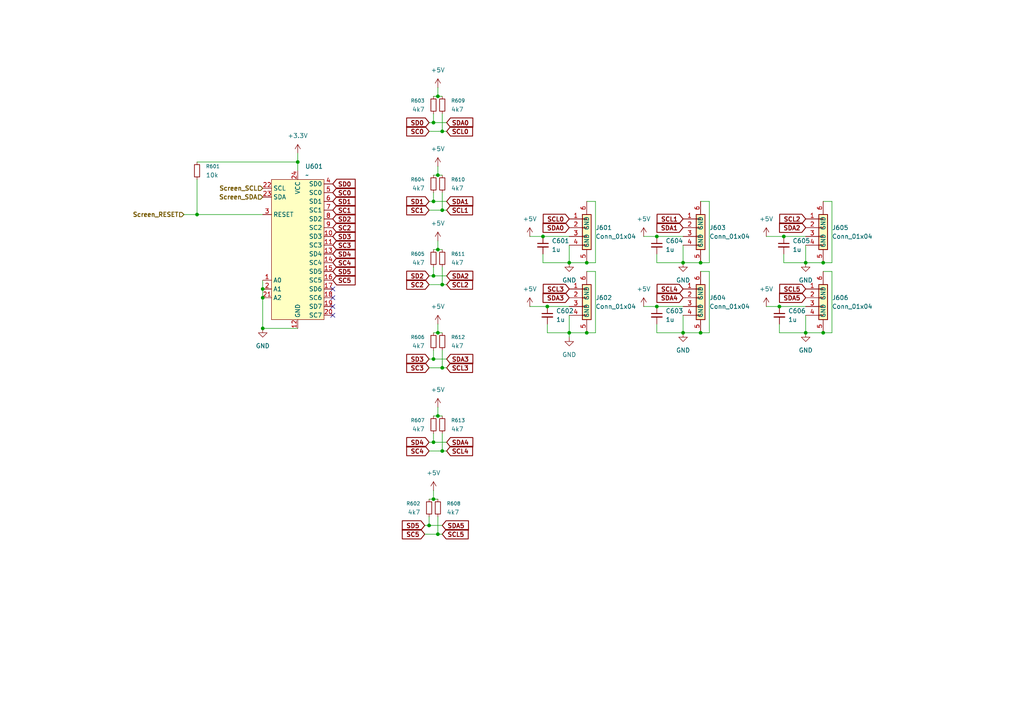
<source format=kicad_sch>
(kicad_sch (version 20250114) (generator "eeschema") (generator_version "9.0")
  (paper "A4")
  (lib_symbols
    (symbol "Device:C_Small" (pin_numbers (hide yes)) (pin_names (offset 0.254) (hide yes))
      (property "Reference" "C" (at 0.254 1.778 0))
      (property "Value" "C_Small" (at 0.254 -2.032 0))
      (symbol "C_Small_0_1"
        (polyline (pts (xy -1.524 0.508) (xy 1.524 0.508)) (stroke (width 0.3048)))
        (polyline (pts (xy -1.524 -0.508) (xy 1.524 -0.508)) (stroke (width 0.3302)))
      )
      (symbol "C_Small_1_1"
        (pin passive line (at 0 2.54 270) (length 2.032) (name "~") (number "1"))
        (pin passive line (at 0 -2.54 90) (length 2.032) (name "~") (number "2"))
      )
    )
    (symbol "Device:R_Small" (pin_numbers (hide yes)) (pin_names (offset 0.254) (hide yes))
      (property "Reference" "R" (at 0 0 90))
      (property "Value" "R_Small" (at 1.778 0 90))
      (symbol "R_Small_0_1"
        (rectangle (start -0.762 1.778) (end 0.762 -1.778) (stroke (width 0.2032)))
      )
      (symbol "R_Small_1_1"
        (pin passive line (at 0 2.54 270) (length 0.762) (name "~") (number "1"))
        (pin passive line (at 0 -2.54 90) (length 0.762) (name "~") (number "2"))
      )
    )
    (symbol "my_lib:JST_SH_4_Vertical"
      (property "Reference" "U" (at 2.794 0 0))
      (symbol "JST_SH_4_Vertical_1_1"
        (rectangle (start -1.27 5.08) (end 1.27 -5.08) (stroke (width 0.254)) (fill (type background)))
        (rectangle (start -1.27 3.937) (end 0 3.683) (stroke (width 0.1524)))
        (rectangle (start -1.27 1.397) (end 0 1.143) (stroke (width 0.1524)))
        (rectangle (start -1.27 -1.143) (end 0 -1.397) (stroke (width 0.1524)))
        (rectangle (start -1.27 -3.683) (end 0 -3.937) (stroke (width 0.1524)))
        (pin passive line (at -5.08 3.81 0) (length 3.81) (name "") (number "1"))
        (pin passive line (at -5.08 1.27 0) (length 3.81) (name "") (number "2"))
        (pin passive line (at -5.08 -1.27 0) (length 3.81) (name "") (number "3"))
        (pin passive line (at -5.08 -3.81 0) (length 3.81) (name "") (number "4"))
        (pin power_in line (at 0 8.89 270) (length 3.81) (name "GND") (number "6"))
        (pin power_in line (at 0 -8.89 90) (length 3.81) (name "GND") (number "5"))
      )
    )
    (symbol "my_lib:PI4MSD5V9547"
      (property "Reference" "U" (at 0 0 0))
      (symbol "PI4MSD5V9547_1_1"
        (rectangle (start -7.62 15.24) (end 7.62 -25.4) (fill (type background)))
        (pin bidirectional line (at -10.16 12.7 0) (length 2.54) (name "SCL") (number "22"))
        (pin bidirectional line (at -10.16 10.16 0) (length 2.54) (name "SDA") (number "23"))
        (pin input line (at -10.16 5.08 0) (length 2.54) (name "RESET") (number "3"))
        (pin power_in line (at -10.16 -13.97 0) (length 2.54) (name "A0") (number "1"))
        (pin power_in line (at -10.16 -16.51 0) (length 2.54) (name "A1") (number "2"))
        (pin power_in line (at -10.16 -19.05 0) (length 2.54) (name "A2") (number "21"))
        (pin power_in line (at 0 17.78 270) (length 2.54) (name "VCC") (number "24"))
        (pin power_in line (at 0 -27.94 90) (length 2.54) (name "GND") (number "12"))
        (pin bidirectional line (at 10.16 13.97 180) (length 2.54) (name "SD0") (number "4"))
        (pin bidirectional line (at 10.16 11.43 180) (length 2.54) (name "SC0") (number "5"))
        (pin bidirectional line (at 10.16 8.89 180) (length 2.54) (name "SD1") (number "6"))
        (pin bidirectional line (at 10.16 6.35 180) (length 2.54) (name "SC1") (number "7"))
        (pin bidirectional line (at 10.16 3.81 180) (length 2.54) (name "SD2") (number "8"))
        (pin bidirectional line (at 10.16 1.27 180) (length 2.54) (name "SC2") (number "9"))
        (pin bidirectional line (at 10.16 -1.27 180) (length 2.54) (name "SD3") (number "10"))
        (pin bidirectional line (at 10.16 -3.81 180) (length 2.54) (name "SC3") (number "11"))
        (pin bidirectional line (at 10.16 -6.35 180) (length 2.54) (name "SD4") (number "13"))
        (pin bidirectional line (at 10.16 -8.89 180) (length 2.54) (name "SC4") (number "14"))
        (pin bidirectional line (at 10.16 -11.43 180) (length 2.54) (name "SD5") (number "15"))
        (pin bidirectional line (at 10.16 -13.97 180) (length 2.54) (name "SC5") (number "16"))
        (pin bidirectional line (at 10.16 -16.51 180) (length 2.54) (name "SD6") (number "17"))
        (pin bidirectional line (at 10.16 -19.05 180) (length 2.54) (name "SC6") (number "18"))
        (pin bidirectional line (at 10.16 -21.59 180) (length 2.54) (name "SD7") (number "19"))
        (pin bidirectional line (at 10.16 -24.13 180) (length 2.54) (name "SC7") (number "20"))
      )
    )
    (symbol "power:+3.3V" (power) (pin_numbers (hide yes)) (pin_names (offset 0) (hide yes))
      (property "Value" "+3.3V" (at 0 3.556 0))
      (symbol "+3.3V_0_1"
        (polyline (pts (xy -0.762 1.27) (xy 0 2.54)))
        (polyline (pts (xy 0 2.54) (xy 0.762 1.27)))
        (polyline (pts (xy 0 0) (xy 0 2.54)))
      )
      (symbol "+3.3V_1_1"
        (pin power_in line (at 0 0 90) (length 0) (name "~") (number "1"))
      )
    )
    (symbol "power:+5V" (power) (pin_numbers (hide yes)) (pin_names (offset 0) (hide yes))
      (property "Value" "+5V" (at 0 3.556 0))
      (symbol "+5V_0_1"
        (polyline (pts (xy -0.762 1.27) (xy 0 2.54)))
        (polyline (pts (xy 0 2.54) (xy 0.762 1.27)))
        (polyline (pts (xy 0 0) (xy 0 2.54)))
      )
      (symbol "+5V_1_1"
        (pin power_in line (at 0 0 90) (length 0) (name "~") (number "1"))
      )
    )
    (symbol "power:GND" (power) (pin_numbers (hide yes)) (pin_names (offset 0) (hide yes))
      (property "Value" "GND" (at 0 -3.81 0))
      (symbol "GND_0_1"
        (polyline (pts (xy 0 0) (xy 0 -1.27) (xy 1.27 -1.27) (xy 0 -2.54) (xy -1.27 -1.27) (xy 0 -1.27)))
      )
      (symbol "GND_1_1"
        (pin power_in line (at 0 0 270) (length 0) (name "~") (number "1"))
      )
    )
  )
  (junction (at 198.12 76.2))
  (junction (at 190.5 68.58))
  (junction (at 226.06 88.9))
  (junction (at 238.76 96.52))
  (junction (at 128.27 82.55))
  (junction (at 76.2 83.82))
  (junction (at 127 27.94))
  (junction (at 190.5 88.9))
  (junction (at 125.73 128.27))
  (junction (at 170.18 76.2))
  (junction (at 57.15 62.23))
  (junction (at 128.27 130.81))
  (junction (at 203.2 76.2))
  (junction (at 157.48 68.58))
  (junction (at 127 50.8))
  (junction (at 165.1 76.2))
  (junction (at 125.73 144.78))
  (junction (at 233.68 76.2))
  (junction (at 198.12 96.52))
  (junction (at 158.75 88.9))
  (junction (at 125.73 80.01))
  (junction (at 127 96.52))
  (junction (at 238.76 76.2))
  (junction (at 86.36 46.99))
  (junction (at 76.2 95.25))
  (junction (at 127 154.94))
  (junction (at 170.18 96.52))
  (junction (at 203.2 96.52))
  (junction (at 127 72.39))
  (junction (at 125.73 35.56))
  (junction (at 128.27 106.68))
  (junction (at 128.27 38.1))
  (junction (at 165.1 96.52))
  (junction (at 124.46 152.4))
  (junction (at 125.73 104.14))
  (junction (at 125.73 58.42))
  (junction (at 227.33 68.58))
  (junction (at 127 120.65))
  (junction (at 233.68 96.52))
  (junction (at 76.2 86.36))
  (junction (at 128.27 60.96))
  (no_connect (at 96.52 86.36))
  (no_connect (at 96.52 88.9))
  (no_connect (at 96.52 91.44))
  (no_connect (at 96.52 83.82))
  (wire (pts (xy 165.1 76.2) (xy 165.1 71.12)))
  (wire (pts (xy 241.3 76.2) (xy 241.3 58.42)))
  (wire (pts (xy 233.68 96.52) (xy 233.68 91.44)))
  (wire (pts (xy 86.36 46.99) (xy 86.36 49.53)))
  (wire (pts (xy 165.1 96.52) (xy 170.18 96.52)))
  (wire (pts (xy 128.27 77.47) (xy 128.27 82.55)))
  (wire (pts (xy 128.27 38.1) (xy 129.54 38.1)))
  (wire (pts (xy 128.27 72.39) (xy 127 72.39)))
  (wire (pts (xy 157.48 68.58) (xy 165.1 68.58)))
  (wire (pts (xy 172.72 58.42) (xy 170.18 58.42)))
  (wire (pts (xy 172.72 78.74) (xy 172.72 96.52)))
  (wire (pts (xy 127 149.86) (xy 127 154.94)))
  (wire (pts (xy 125.73 58.42) (xy 129.54 58.42)))
  (wire (pts (xy 125.73 77.47) (xy 125.73 80.01)))
  (wire (pts (xy 124.46 149.86) (xy 124.46 152.4)))
  (wire (pts (xy 233.68 96.52) (xy 238.76 96.52)))
  (wire (pts (xy 158.75 88.9) (xy 165.1 88.9)))
  (wire (pts (xy 190.5 93.98) (xy 190.5 96.52)))
  (wire (pts (xy 124.46 80.01) (xy 125.73 80.01)))
  (wire (pts (xy 198.12 96.52) (xy 198.12 91.44)))
  (wire (pts (xy 124.46 106.68) (xy 128.27 106.68)))
  (wire (pts (xy 128.27 33.02) (xy 128.27 38.1)))
  (wire (pts (xy 127 25.4) (xy 127 27.94)))
  (wire (pts (xy 127 154.94) (xy 128.27 154.94)))
  (wire (pts (xy 158.75 96.52) (xy 165.1 96.52)))
  (wire (pts (xy 198.12 76.2) (xy 203.2 76.2)))
  (wire (pts (xy 198.12 76.2) (xy 198.12 71.12)))
  (wire (pts (xy 128.27 101.6) (xy 128.27 106.68)))
  (wire (pts (xy 124.46 60.96) (xy 128.27 60.96)))
  (wire (pts (xy 127 72.39) (xy 125.73 72.39)))
  (wire (pts (xy 153.67 88.9) (xy 158.75 88.9)))
  (wire (pts (xy 125.73 125.73) (xy 125.73 128.27)))
  (wire (pts (xy 124.46 152.4) (xy 128.27 152.4)))
  (wire (pts (xy 125.73 80.01) (xy 129.54 80.01)))
  (wire (pts (xy 170.18 78.74) (xy 172.72 78.74)))
  (wire (pts (xy 127 50.8) (xy 125.73 50.8)))
  (wire (pts (xy 226.06 96.52) (xy 233.68 96.52)))
  (wire (pts (xy 125.73 128.27) (xy 129.54 128.27)))
  (wire (pts (xy 128.27 120.65) (xy 127 120.65)))
  (wire (pts (xy 170.18 76.2) (xy 172.72 76.2)))
  (wire (pts (xy 127 48.26) (xy 127 50.8)))
  (wire (pts (xy 222.25 68.58) (xy 227.33 68.58)))
  (wire (pts (xy 123.19 154.94) (xy 127 154.94)))
  (wire (pts (xy 203.2 96.52) (xy 205.74 96.52)))
  (wire (pts (xy 86.36 95.25) (xy 76.2 95.25)))
  (wire (pts (xy 190.5 73.66) (xy 190.5 76.2)))
  (wire (pts (xy 125.73 35.56) (xy 129.54 35.56)))
  (wire (pts (xy 53.34 62.23) (xy 57.15 62.23)))
  (wire (pts (xy 127 27.94) (xy 125.73 27.94)))
  (wire (pts (xy 165.1 76.2) (xy 170.18 76.2)))
  (wire (pts (xy 124.46 58.42) (xy 125.73 58.42)))
  (wire (pts (xy 205.74 78.74) (xy 203.2 78.74)))
  (wire (pts (xy 186.69 88.9) (xy 190.5 88.9)))
  (wire (pts (xy 124.46 104.14) (xy 125.73 104.14)))
  (wire (pts (xy 57.15 52.07) (xy 57.15 62.23)))
  (wire (pts (xy 241.3 96.52) (xy 241.3 78.74)))
  (wire (pts (xy 125.73 33.02) (xy 125.73 35.56)))
  (wire (pts (xy 128.27 82.55) (xy 129.54 82.55)))
  (wire (pts (xy 127 144.78) (xy 125.73 144.78)))
  (wire (pts (xy 76.2 95.25) (xy 76.2 86.36)))
  (wire (pts (xy 128.27 27.94) (xy 127 27.94)))
  (wire (pts (xy 222.25 88.9) (xy 226.06 88.9)))
  (wire (pts (xy 57.15 46.99) (xy 86.36 46.99)))
  (wire (pts (xy 124.46 38.1) (xy 128.27 38.1)))
  (wire (pts (xy 125.73 142.24) (xy 125.73 144.78)))
  (wire (pts (xy 190.5 88.9) (xy 198.12 88.9)))
  (wire (pts (xy 241.3 78.74) (xy 238.76 78.74)))
  (wire (pts (xy 190.5 96.52) (xy 198.12 96.52)))
  (wire (pts (xy 128.27 106.68) (xy 129.54 106.68)))
  (wire (pts (xy 233.68 76.2) (xy 238.76 76.2)))
  (wire (pts (xy 203.2 76.2) (xy 205.74 76.2)))
  (wire (pts (xy 205.74 76.2) (xy 205.74 58.42)))
  (wire (pts (xy 190.5 68.58) (xy 198.12 68.58)))
  (wire (pts (xy 76.2 86.36) (xy 76.2 83.82)))
  (wire (pts (xy 127 118.11) (xy 127 120.65)))
  (wire (pts (xy 128.27 130.81) (xy 129.54 130.81)))
  (wire (pts (xy 127 93.98) (xy 127 96.52)))
  (wire (pts (xy 127 69.85) (xy 127 72.39)))
  (wire (pts (xy 158.75 93.98) (xy 158.75 96.52)))
  (wire (pts (xy 86.36 44.45) (xy 86.36 46.99)))
  (wire (pts (xy 124.46 130.81) (xy 128.27 130.81)))
  (wire (pts (xy 238.76 76.2) (xy 241.3 76.2)))
  (wire (pts (xy 76.2 83.82) (xy 76.2 81.28)))
  (wire (pts (xy 226.06 88.9) (xy 233.68 88.9)))
  (wire (pts (xy 165.1 97.79) (xy 165.1 96.52)))
  (wire (pts (xy 128.27 55.88) (xy 128.27 60.96)))
  (wire (pts (xy 165.1 96.52) (xy 165.1 91.44)))
  (wire (pts (xy 128.27 50.8) (xy 127 50.8)))
  (wire (pts (xy 241.3 58.42) (xy 238.76 58.42)))
  (wire (pts (xy 125.73 101.6) (xy 125.73 104.14)))
  (wire (pts (xy 124.46 82.55) (xy 128.27 82.55)))
  (wire (pts (xy 227.33 73.66) (xy 227.33 76.2)))
  (wire (pts (xy 123.19 152.4) (xy 124.46 152.4)))
  (wire (pts (xy 203.2 58.42) (xy 205.74 58.42)))
  (wire (pts (xy 172.72 96.52) (xy 170.18 96.52)))
  (wire (pts (xy 157.48 76.2) (xy 165.1 76.2)))
  (wire (pts (xy 157.48 73.66) (xy 157.48 76.2)))
  (wire (pts (xy 205.74 96.52) (xy 205.74 78.74)))
  (wire (pts (xy 124.46 35.56) (xy 125.73 35.56)))
  (wire (pts (xy 125.73 55.88) (xy 125.73 58.42)))
  (wire (pts (xy 172.72 76.2) (xy 172.72 58.42)))
  (wire (pts (xy 125.73 104.14) (xy 129.54 104.14)))
  (wire (pts (xy 190.5 76.2) (xy 198.12 76.2)))
  (wire (pts (xy 128.27 125.73) (xy 128.27 130.81)))
  (wire (pts (xy 128.27 60.96) (xy 129.54 60.96)))
  (wire (pts (xy 125.73 144.78) (xy 124.46 144.78)))
  (wire (pts (xy 226.06 93.98) (xy 226.06 96.52)))
  (wire (pts (xy 233.68 76.2) (xy 233.68 71.12)))
  (wire (pts (xy 128.27 96.52) (xy 127 96.52)))
  (wire (pts (xy 127 120.65) (xy 125.73 120.65)))
  (wire (pts (xy 227.33 68.58) (xy 233.68 68.58)))
  (wire (pts (xy 227.33 76.2) (xy 233.68 76.2)))
  (wire (pts (xy 186.69 68.58) (xy 190.5 68.58)))
  (wire (pts (xy 198.12 96.52) (xy 203.2 96.52)))
  (wire (pts (xy 238.76 96.52) (xy 241.3 96.52)))
  (wire (pts (xy 153.67 68.58) (xy 157.48 68.58)))
  (wire (pts (xy 124.46 128.27) (xy 125.73 128.27)))
  (wire (pts (xy 57.15 62.23) (xy 76.2 62.23)))
  (wire (pts (xy 127 96.52) (xy 125.73 96.52)))
  (global_label "SCL1" (shape input) (at 198.12 63.5 180) (effects (font (thickness 0.254) (bold yes))) (property "Intersheetrefs" "${INTERSHEET_REFS}" (effects (hide yes))))
  (global_label "SD1" (shape input) (at 124.46 58.42 180) (effects (font (thickness 0.254) (bold yes))) (property "Intersheetrefs" "${INTERSHEET_REFS}" (effects (hide yes))))
  (global_label "SD3" (shape input) (at 124.46 104.14 180) (effects (font (thickness 0.254) (bold yes))) (property "Intersheetrefs" "${INTERSHEET_REFS}" (effects (hide yes))))
  (global_label "SDA5" (shape input) (at 233.68 86.36 180) (effects (font (thickness 0.254) (bold yes))) (property "Intersheetrefs" "${INTERSHEET_REFS}" (effects (hide yes))))
  (global_label "SCL4" (shape input) (at 198.12 83.82 180) (effects (font (thickness 0.254) (bold yes))) (property "Intersheetrefs" "${INTERSHEET_REFS}" (effects (hide yes))))
  (global_label "SCL2" (shape input) (at 129.54 82.55 0) (effects (font (thickness 0.254) (bold yes))) (property "Intersheetrefs" "${INTERSHEET_REFS}" (effects (hide yes))))
  (global_label "SDA4" (shape input) (at 198.12 86.36 180) (effects (font (thickness 0.254) (bold yes))) (property "Intersheetrefs" "${INTERSHEET_REFS}" (effects (hide yes))))
  (global_label "SDA0" (shape input) (at 129.54 35.56 0) (effects (font (thickness 0.254) (bold yes))) (property "Intersheetrefs" "${INTERSHEET_REFS}" (effects (hide yes))))
  (global_label "SD5" (shape input) (at 123.19 152.4 180) (effects (font (thickness 0.254) (bold yes))) (property "Intersheetrefs" "${INTERSHEET_REFS}" (effects (hide yes))))
  (global_label "SC2" (shape input) (at 124.46 82.55 180) (effects (font (thickness 0.254) (bold yes))) (property "Intersheetrefs" "${INTERSHEET_REFS}" (effects (hide yes))))
  (global_label "SCL2" (shape input) (at 233.68 63.5 180) (effects (font (thickness 0.254) (bold yes))) (property "Intersheetrefs" "${INTERSHEET_REFS}" (effects (hide yes))))
  (global_label "SC3" (shape input) (at 96.52 71.12 0) (effects (font (thickness 0.254) (bold yes))) (property "Intersheetrefs" "${INTERSHEET_REFS}" (effects (hide yes))))
  (global_label "SCL0" (shape input) (at 129.54 38.1 0) (effects (font (thickness 0.254) (bold yes))) (property "Intersheetrefs" "${INTERSHEET_REFS}" (effects (hide yes))))
  (global_label "SC5" (shape input) (at 123.19 154.94 180) (effects (font (thickness 0.254) (bold yes))) (property "Intersheetrefs" "${INTERSHEET_REFS}" (effects (hide yes))))
  (global_label "SCL1" (shape input) (at 129.54 60.96 0) (effects (font (thickness 0.254) (bold yes))) (property "Intersheetrefs" "${INTERSHEET_REFS}" (effects (hide yes))))
  (global_label "SD2" (shape input) (at 96.52 63.5 0) (effects (font (thickness 0.254) (bold yes))) (property "Intersheetrefs" "${INTERSHEET_REFS}" (effects (hide yes))))
  (global_label "SDA3" (shape input) (at 129.54 104.14 0) (effects (font (thickness 0.254) (bold yes))) (property "Intersheetrefs" "${INTERSHEET_REFS}" (effects (hide yes))))
  (global_label "SCL0" (shape input) (at 165.1 63.5 180) (effects (font (thickness 0.254) (bold yes))) (property "Intersheetrefs" "${INTERSHEET_REFS}" (effects (hide yes))))
  (global_label "SCL3" (shape input) (at 165.1 83.82 180) (effects (font (thickness 0.254) (bold yes))) (property "Intersheetrefs" "${INTERSHEET_REFS}" (effects (hide yes))))
  (global_label "SD1" (shape input) (at 96.52 58.42 0) (effects (font (thickness 0.254) (bold yes))) (property "Intersheetrefs" "${INTERSHEET_REFS}" (effects (hide yes))))
  (global_label "SCL4" (shape input) (at 129.54 130.81 0) (effects (font (thickness 0.254) (bold yes))) (property "Intersheetrefs" "${INTERSHEET_REFS}" (effects (hide yes))))
  (global_label "SC0" (shape input) (at 96.52 55.88 0) (effects (font (thickness 0.254) (bold yes))) (property "Intersheetrefs" "${INTERSHEET_REFS}" (effects (hide yes))))
  (global_label "SCL5" (shape input) (at 233.68 83.82 180) (effects (font (thickness 0.254) (bold yes))) (property "Intersheetrefs" "${INTERSHEET_REFS}" (effects (hide yes))))
  (global_label "SD0" (shape input) (at 96.52 53.34 0) (effects (font (thickness 0.254) (bold yes))) (property "Intersheetrefs" "${INTERSHEET_REFS}" (effects (hide yes))))
  (global_label "SC1" (shape input) (at 124.46 60.96 180) (effects (font (thickness 0.254) (bold yes))) (property "Intersheetrefs" "${INTERSHEET_REFS}" (effects (hide yes))))
  (global_label "SC4" (shape input) (at 96.52 76.2 0) (effects (font (thickness 0.254) (bold yes))) (property "Intersheetrefs" "${INTERSHEET_REFS}" (effects (hide yes))))
  (global_label "SC3" (shape input) (at 124.46 106.68 180) (effects (font (thickness 0.254) (bold yes))) (property "Intersheetrefs" "${INTERSHEET_REFS}" (effects (hide yes))))
  (global_label "SDA1" (shape input) (at 198.12 66.04 180) (effects (font (thickness 0.254) (bold yes))) (property "Intersheetrefs" "${INTERSHEET_REFS}" (effects (hide yes))))
  (global_label "SD0" (shape input) (at 124.46 35.56 180) (effects (font (thickness 0.254) (bold yes))) (property "Intersheetrefs" "${INTERSHEET_REFS}" (effects (hide yes))))
  (global_label "SC5" (shape input) (at 96.52 81.28 0) (effects (font (thickness 0.254) (bold yes))) (property "Intersheetrefs" "${INTERSHEET_REFS}" (effects (hide yes))))
  (global_label "SC4" (shape input) (at 124.46 130.81 180) (effects (font (thickness 0.254) (bold yes))) (property "Intersheetrefs" "${INTERSHEET_REFS}" (effects (hide yes))))
  (global_label "SDA3" (shape input) (at 165.1 86.36 180) (effects (font (thickness 0.254) (bold yes))) (property "Intersheetrefs" "${INTERSHEET_REFS}" (effects (hide yes))))
  (global_label "SDA0" (shape input) (at 165.1 66.04 180) (effects (font (thickness 0.254) (bold yes))) (property "Intersheetrefs" "${INTERSHEET_REFS}" (effects (hide yes))))
  (global_label "SDA2" (shape input) (at 233.68 66.04 180) (effects (font (thickness 0.254) (bold yes))) (property "Intersheetrefs" "${INTERSHEET_REFS}" (effects (hide yes))))
  (global_label "SDA5" (shape input) (at 128.27 152.4 0) (effects (font (thickness 0.254) (bold yes))) (property "Intersheetrefs" "${INTERSHEET_REFS}" (effects (hide yes))))
  (global_label "SD2" (shape input) (at 124.46 80.01 180) (effects (font (thickness 0.254) (bold yes))) (property "Intersheetrefs" "${INTERSHEET_REFS}" (effects (hide yes))))
  (global_label "SC2" (shape input) (at 96.52 66.04 0) (effects (font (thickness 0.254) (bold yes))) (property "Intersheetrefs" "${INTERSHEET_REFS}" (effects (hide yes))))
  (global_label "SD4" (shape input) (at 124.46 128.27 180) (effects (font (thickness 0.254) (bold yes))) (property "Intersheetrefs" "${INTERSHEET_REFS}" (effects (hide yes))))
  (global_label "SC1" (shape input) (at 96.52 60.96 0) (effects (font (thickness 0.254) (bold yes))) (property "Intersheetrefs" "${INTERSHEET_REFS}" (effects (hide yes))))
  (global_label "SDA1" (shape input) (at 129.54 58.42 0) (effects (font (thickness 0.254) (bold yes))) (property "Intersheetrefs" "${INTERSHEET_REFS}" (effects (hide yes))))
  (global_label "SCL5" (shape input) (at 128.27 154.94 0) (effects (font (thickness 0.254) (bold yes))) (property "Intersheetrefs" "${INTERSHEET_REFS}" (effects (hide yes))))
  (global_label "SDA2" (shape input) (at 129.54 80.01 0) (effects (font (thickness 0.254) (bold yes))) (property "Intersheetrefs" "${INTERSHEET_REFS}" (effects (hide yes))))
  (global_label "SD4" (shape input) (at 96.52 73.66 0) (effects (font (thickness 0.254) (bold yes))) (property "Intersheetrefs" "${INTERSHEET_REFS}" (effects (hide yes))))
  (global_label "SC0" (shape input) (at 124.46 38.1 180) (effects (font (thickness 0.254) (bold yes))) (property "Intersheetrefs" "${INTERSHEET_REFS}" (effects (hide yes))))
  (global_label "SD5" (shape input) (at 96.52 78.74 0) (effects (font (thickness 0.254) (bold yes))) (property "Intersheetrefs" "${INTERSHEET_REFS}" (effects (hide yes))))
  (global_label "SD3" (shape input) (at 96.52 68.58 0) (effects (font (thickness 0.254) (bold yes))) (property "Intersheetrefs" "${INTERSHEET_REFS}" (effects (hide yes))))
  (global_label "SCL3" (shape input) (at 129.54 106.68 0) (effects (font (thickness 0.254) (bold yes))) (property "Intersheetrefs" "${INTERSHEET_REFS}" (effects (hide yes))))
  (global_label "SDA4" (shape input) (at 129.54 128.27 0) (effects (font (thickness 0.254) (bold yes))) (property "Intersheetrefs" "${INTERSHEET_REFS}" (effects (hide yes))))
  (hierarchical_label "Screen_SDA" (shape input) (at 76.2 57.15 180) (effects (font (thickness 0.254) (bold yes))))
  (hierarchical_label "Screen_SCL" (shape input) (at 76.2 54.61 180) (effects (font (thickness 0.254) (bold yes))))
  (hierarchical_label "Screen_RESET" (shape input) (at 53.34 62.23 180) (effects (font (thickness 0.254) (bold yes))))
  (symbol (lib_id "power:+5V") (at 127 93.98 0) (unit 1)
    (property "Reference" "#PWR0607" (effects (hide yes)))
    (property "Value" "+5V" (at 127 88.9 0))
    (property "Description" "Power symbol creates a global label with name \"+5V\"" (effects (hide yes)))
  )
  (symbol (lib_id "my_lib:JST_SH_4_Vertical") (at 170.18 67.31 0) (unit 1)
    (property "Reference" "J601" (at 172.72 66.0399 0) (effects (justify left)))
    (property "Value" "Conn_01x04" (at 172.72 68.5799 0) (effects (justify left)))
    (property "Footprint" "mylib:Wurth_Vertical_4_pos_0.8mm" (effects (hide yes)))
    (property "Description" "Generic connector, single row, 01x04, script generated (kicad-library-utils/schlib/autogen/connector/)" (effects (hide yes)))
  )
  (symbol (lib_id "Device:C_Small") (at 227.33 71.12 0) (unit 1)
    (property "Reference" "C605" (at 229.87 69.8562 0) (effects (justify left)))
    (property "Value" "1u" (at 229.87 72.3962 0) (effects (justify left)))
    (property "Footprint" "Capacitor_SMD:C_0603_1608Metric" (effects (hide yes)))
    (property "Description" "Unpolarized capacitor, small symbol" (effects (hide yes)))
  )
  (symbol (lib_id "Device:C_Small") (at 226.06 91.44 0) (unit 1)
    (property "Reference" "C606" (at 228.6 90.1762 0) (effects (justify left)))
    (property "Value" "1u" (at 228.6 92.7162 0) (effects (justify left)))
    (property "Footprint" "Capacitor_SMD:C_0603_1608Metric" (effects (hide yes)))
    (property "Description" "Unpolarized capacitor, small symbol" (effects (hide yes)))
  )
  (symbol (lib_id "Device:R_Small") (at 125.73 74.93 0) (mirror y) (unit 1)
    (property "Reference" "R605" (at 123.19 73.6599 0) (effects (font (size 1.016 1.016)) (justify left)))
    (property "Value" "4k7" (at 123.19 76.1999 0) (effects (justify left)))
    (property "Footprint" "Resistor_SMD:R_0201_0603Metric" (effects (hide yes)))
    (property "Description" "Resistor, small symbol" (effects (hide yes)))
  )
  (symbol (lib_id "Device:R_Small") (at 128.27 74.93 0) (unit 1)
    (property "Reference" "R611" (at 130.81 73.6599 0) (effects (font (size 1.016 1.016)) (justify left)))
    (property "Value" "4k7" (at 130.81 76.1999 0) (effects (justify left)))
    (property "Footprint" "Resistor_SMD:R_0201_0603Metric" (effects (hide yes)))
    (property "Description" "Resistor, small symbol" (effects (hide yes)))
  )
  (symbol (lib_id "Device:R_Small") (at 127 147.32 0) (unit 1)
    (property "Reference" "R608" (at 129.54 146.0499 0) (effects (font (size 1.016 1.016)) (justify left)))
    (property "Value" "4k7" (at 129.54 148.5899 0) (effects (justify left)))
    (property "Footprint" "Resistor_SMD:R_0201_0603Metric" (effects (hide yes)))
    (property "Description" "Resistor, small symbol" (effects (hide yes)))
  )
  (symbol (lib_id "power:GND") (at 165.1 97.79 0) (unit 1)
    (property "Reference" "#PWR0612" (effects (hide yes)))
    (property "Value" "GND" (at 165.1 102.87 0))
    (property "Description" "Power symbol creates a global label with name \"GND\" , ground" (effects (hide yes)))
  )
  (symbol (lib_id "power:GND") (at 233.68 96.52 0) (unit 1)
    (property "Reference" "#PWR0620" (effects (hide yes)))
    (property "Value" "GND" (at 233.68 101.6 0))
    (property "Description" "Power symbol creates a global label with name \"GND\" , ground" (effects (hide yes)))
  )
  (symbol (lib_id "power:+5V") (at 153.67 88.9 0) (unit 1)
    (property "Reference" "#PWR0610" (effects (hide yes)))
    (property "Value" "+5V" (at 153.67 83.82 0))
    (property "Description" "Power symbol creates a global label with name \"+5V\"" (effects (hide yes)))
  )
  (symbol (lib_id "Device:R_Small") (at 128.27 123.19 0) (unit 1)
    (property "Reference" "R613" (at 130.81 121.9199 0) (effects (font (size 1.016 1.016)) (justify left)))
    (property "Value" "4k7" (at 130.81 124.4599 0) (effects (justify left)))
    (property "Footprint" "Resistor_SMD:R_0201_0603Metric" (effects (hide yes)))
    (property "Description" "Resistor, small symbol" (effects (hide yes)))
  )
  (symbol (lib_id "Device:R_Small") (at 124.46 147.32 0) (mirror y) (unit 1)
    (property "Reference" "R602" (at 121.92 146.0499 0) (effects (font (size 1.016 1.016)) (justify left)))
    (property "Value" "4k7" (at 121.92 148.5899 0) (effects (justify left)))
    (property "Footprint" "Resistor_SMD:R_0201_0603Metric" (effects (hide yes)))
    (property "Description" "Resistor, small symbol" (effects (hide yes)))
  )
  (symbol (lib_id "Device:C_Small") (at 158.75 91.44 0) (unit 1)
    (property "Reference" "C602" (at 161.29 90.1762 0) (effects (justify left)))
    (property "Value" "1u" (at 161.29 92.7162 0) (effects (justify left)))
    (property "Footprint" "Capacitor_SMD:C_0603_1608Metric" (effects (hide yes)))
    (property "Description" "Unpolarized capacitor, small symbol" (effects (hide yes)))
  )
  (symbol (lib_id "Device:R_Small") (at 128.27 53.34 0) (unit 1)
    (property "Reference" "R610" (at 130.81 52.0699 0) (effects (font (size 1.016 1.016)) (justify left)))
    (property "Value" "4k7" (at 130.81 54.6099 0) (effects (justify left)))
    (property "Footprint" "Resistor_SMD:R_0201_0603Metric" (effects (hide yes)))
    (property "Description" "Resistor, small symbol" (effects (hide yes)))
  )
  (symbol (lib_id "power:+5V") (at 222.25 88.9 0) (unit 1)
    (property "Reference" "#PWR0618" (effects (hide yes)))
    (property "Value" "+5V" (at 222.25 83.82 0))
    (property "Description" "Power symbol creates a global label with name \"+5V\"" (effects (hide yes)))
  )
  (symbol (lib_id "power:GND") (at 165.1 76.2 0) (unit 1)
    (property "Reference" "#PWR0611" (effects (hide yes)))
    (property "Value" "GND" (at 165.1 81.28 0))
    (property "Description" "Power symbol creates a global label with name \"GND\" , ground" (effects (hide yes)))
  )
  (symbol (lib_id "power:+5V") (at 186.69 68.58 0) (unit 1)
    (property "Reference" "#PWR0613" (effects (hide yes)))
    (property "Value" "+5V" (at 186.69 63.5 0))
    (property "Description" "Power symbol creates a global label with name \"+5V\"" (effects (hide yes)))
  )
  (symbol (lib_id "my_lib:PI4MSD5V9547") (at 86.36 67.31 0) (unit 1)
    (property "Reference" "U601" (at 88.5033 48.26 0) (effects (justify left)))
    (property "Value" "~" (at 88.5033 50.8 0) (effects (justify left)))
    (property "Footprint" "Package_SO:TSSOP-24_4.4x7.8mm_P0.65mm" (effects (hide yes)))
    (property "Datasheet" "https://www.mouser.com/catalog/specsheets/diodes%20inc_diod-s-a0003132759-1.pdf?_gl=1*l24ogm*_gcl_aw*R0NMLjE3NjU4MjUwOTQuQ2owS0NRaUFnUF9KQmhELUFSSXNBTnBFTXh6ZWh6ZnRnVWMxSGl6eFItaVN4Si1KbzhKSUt3Z2tHQUhBXzNHMWxhMEJ5REFDalh6dTVkOGFBdmFrRUFMd193Y0I.*_gcl_au*MjA3Njc3Mzk0LjE3NjUyMDk0MTMuNjM4Nzg4OTEzLjE3NzAwMzU4MTUuMTc3MDAzNTk2Nw..*_ga*NTMxNDk5OTE2LjE3NTc0MDA3OTk.*_ga_15W4STQT4T*czE3NzAwMzU3OTckbzEwNSRnMSR0MTc3MDAzNTk2OSRqMzMkbDAkaDA." (effects (hide yes)))
    (property "Description" "8 Channel I2C bus multiplexer with Reset" (effects (hide yes)))
    (property "MPN" "PI4MSD5V9547LEX" (effects (hide yes)))
  )
  (symbol (lib_id "my_lib:JST_SH_4_Vertical") (at 203.2 87.63 0) (unit 1)
    (property "Reference" "J604" (at 205.74 86.3599 0) (effects (justify left)))
    (property "Value" "Conn_01x04" (at 205.74 88.8999 0) (effects (justify left)))
    (property "Footprint" "mylib:Wurth_Vertical_4_pos_0.8mm" (effects (hide yes)))
    (property "Description" "Generic connector, single row, 01x04, script generated (kicad-library-utils/schlib/autogen/connector/)" (effects (hide yes)))
  )
  (symbol (lib_id "power:+5V") (at 127 118.11 0) (unit 1)
    (property "Reference" "#PWR0608" (effects (hide yes)))
    (property "Value" "+5V" (at 127 113.03 0))
    (property "Description" "Power symbol creates a global label with name \"+5V\"" (effects (hide yes)))
  )
  (symbol (lib_id "power:+5V") (at 127 48.26 0) (unit 1)
    (property "Reference" "#PWR0605" (effects (hide yes)))
    (property "Value" "+5V" (at 127 43.18 0))
    (property "Description" "Power symbol creates a global label with name \"+5V\"" (effects (hide yes)))
  )
  (symbol (lib_id "Device:R_Small") (at 128.27 30.48 0) (unit 1)
    (property "Reference" "R609" (at 130.81 29.2099 0) (effects (font (size 1.016 1.016)) (justify left)))
    (property "Value" "4k7" (at 130.81 31.7499 0) (effects (justify left)))
    (property "Footprint" "Resistor_SMD:R_0201_0603Metric" (effects (hide yes)))
    (property "Description" "Resistor, small symbol" (effects (hide yes)))
  )
  (symbol (lib_id "Device:R_Small") (at 125.73 30.48 0) (mirror y) (unit 1)
    (property "Reference" "R603" (at 123.19 29.2099 0) (effects (font (size 1.016 1.016)) (justify left)))
    (property "Value" "4k7" (at 123.19 31.7499 0) (effects (justify left)))
    (property "Footprint" "Resistor_SMD:R_0201_0603Metric" (effects (hide yes)))
    (property "Description" "Resistor, small symbol" (effects (hide yes)))
  )
  (symbol (lib_id "power:+3.3V") (at 86.36 44.45 0) (unit 1)
    (property "Reference" "#PWR0602" (effects (hide yes)))
    (property "Value" "+3.3V" (at 86.36 39.37 0))
    (property "Description" "Power symbol creates a global label with name \"+3.3V\"" (effects (hide yes)))
  )
  (symbol (lib_id "my_lib:JST_SH_4_Vertical") (at 170.18 87.63 0) (unit 1)
    (property "Reference" "J602" (at 172.72 86.3599 0) (effects (justify left)))
    (property "Value" "Conn_01x04" (at 172.72 88.8999 0) (effects (justify left)))
    (property "Footprint" "mylib:Wurth_Vertical_4_pos_0.8mm" (effects (hide yes)))
    (property "Description" "Generic connector, single row, 01x04, script generated (kicad-library-utils/schlib/autogen/connector/)" (effects (hide yes)))
  )
  (symbol (lib_id "power:+5V") (at 127 69.85 0) (unit 1)
    (property "Reference" "#PWR0606" (effects (hide yes)))
    (property "Value" "+5V" (at 127 64.77 0))
    (property "Description" "Power symbol creates a global label with name \"+5V\"" (effects (hide yes)))
  )
  (symbol (lib_id "power:GND") (at 76.2 95.25 0) (unit 1)
    (property "Reference" "#PWR0601" (effects (hide yes)))
    (property "Value" "GND" (at 76.2 100.33 0))
    (property "Description" "Power symbol creates a global label with name \"GND\" , ground" (effects (hide yes)))
  )
  (symbol (lib_id "Device:R_Small") (at 57.15 49.53 0) (unit 1)
    (property "Reference" "R601" (at 59.69 48.2599 0) (effects (font (size 1.016 1.016)) (justify left)))
    (property "Value" "10k" (at 59.69 50.7999 0) (effects (justify left)))
    (property "Footprint" "Resistor_SMD:R_0402_1005Metric" (effects (hide yes)))
    (property "Description" "Resistor, small symbol" (effects (hide yes)))
  )
  (symbol (lib_id "power:+5V") (at 125.73 142.24 0) (unit 1)
    (property "Reference" "#PWR0603" (effects (hide yes)))
    (property "Value" "+5V" (at 125.73 137.16 0))
    (property "Description" "Power symbol creates a global label with name \"+5V\"" (effects (hide yes)))
  )
  (symbol (lib_id "power:+5V") (at 186.69 88.9 0) (unit 1)
    (property "Reference" "#PWR0614" (effects (hide yes)))
    (property "Value" "+5V" (at 186.69 83.82 0))
    (property "Description" "Power symbol creates a global label with name \"+5V\"" (effects (hide yes)))
  )
  (symbol (lib_id "power:+5V") (at 222.25 68.58 0) (unit 1)
    (property "Reference" "#PWR0617" (effects (hide yes)))
    (property "Value" "+5V" (at 222.25 63.5 0))
    (property "Description" "Power symbol creates a global label with name \"+5V\"" (effects (hide yes)))
  )
  (symbol (lib_id "Device:R_Small") (at 125.73 53.34 0) (mirror y) (unit 1)
    (property "Reference" "R604" (at 123.19 52.0699 0) (effects (font (size 1.016 1.016)) (justify left)))
    (property "Value" "4k7" (at 123.19 54.6099 0) (effects (justify left)))
    (property "Footprint" "Resistor_SMD:R_0201_0603Metric" (effects (hide yes)))
    (property "Description" "Resistor, small symbol" (effects (hide yes)))
  )
  (symbol (lib_id "my_lib:JST_SH_4_Vertical") (at 238.76 67.31 0) (unit 1)
    (property "Reference" "J605" (at 241.3 66.0399 0) (effects (justify left)))
    (property "Value" "Conn_01x04" (at 241.3 68.5799 0) (effects (justify left)))
    (property "Footprint" "mylib:Wurth_Vertical_4_pos_0.8mm" (effects (hide yes)))
    (property "Description" "Generic connector, single row, 01x04, script generated (kicad-library-utils/schlib/autogen/connector/)" (effects (hide yes)))
  )
  (symbol (lib_id "Device:R_Small") (at 125.73 99.06 0) (mirror y) (unit 1)
    (property "Reference" "R606" (at 123.19 97.7899 0) (effects (font (size 1.016 1.016)) (justify left)))
    (property "Value" "4k7" (at 123.19 100.3299 0) (effects (justify left)))
    (property "Footprint" "Resistor_SMD:R_0201_0603Metric" (effects (hide yes)))
    (property "Description" "Resistor, small symbol" (effects (hide yes)))
  )
  (symbol (lib_id "power:+5V") (at 153.67 68.58 0) (unit 1)
    (property "Reference" "#PWR0609" (effects (hide yes)))
    (property "Value" "+5V" (at 153.67 63.5 0))
    (property "Description" "Power symbol creates a global label with name \"+5V\"" (effects (hide yes)))
  )
  (symbol (lib_id "power:GND") (at 198.12 96.52 0) (mirror y) (unit 1)
    (property "Reference" "#PWR0616" (effects (hide yes)))
    (property "Value" "GND" (at 198.12 101.6 0))
    (property "Description" "Power symbol creates a global label with name \"GND\" , ground" (effects (hide yes)))
  )
  (symbol (lib_id "my_lib:JST_SH_4_Vertical") (at 203.2 67.31 0) (unit 1)
    (property "Reference" "J603" (at 205.74 66.0399 0) (effects (justify left)))
    (property "Value" "Conn_01x04" (at 205.74 68.5799 0) (effects (justify left)))
    (property "Footprint" "mylib:Wurth_Vertical_4_pos_0.8mm" (effects (hide yes)))
    (property "Description" "Generic connector, single row, 01x04, script generated (kicad-library-utils/schlib/autogen/connector/)" (effects (hide yes)))
  )
  (symbol (lib_id "power:GND") (at 233.68 76.2 0) (mirror y) (unit 1)
    (property "Reference" "#PWR0619" (effects (hide yes)))
    (property "Value" "GND" (at 233.68 81.28 0))
    (property "Description" "Power symbol creates a global label with name \"GND\" , ground" (effects (hide yes)))
  )
  (symbol (lib_id "Device:C_Small") (at 190.5 91.44 0) (unit 1)
    (property "Reference" "C603" (at 193.04 90.1762 0) (effects (justify left)))
    (property "Value" "1u" (at 193.04 92.7162 0) (effects (justify left)))
    (property "Footprint" "Capacitor_SMD:C_0603_1608Metric" (effects (hide yes)))
    (property "Description" "Unpolarized capacitor, small symbol" (effects (hide yes)))
  )
  (symbol (lib_id "power:GND") (at 198.12 76.2 0) (unit 1)
    (property "Reference" "#PWR0615" (effects (hide yes)))
    (property "Value" "GND" (at 198.12 81.28 0))
    (property "Description" "Power symbol creates a global label with name \"GND\" , ground" (effects (hide yes)))
  )
  (symbol (lib_id "Device:R_Small") (at 128.27 99.06 0) (unit 1)
    (property "Reference" "R612" (at 130.81 97.7899 0) (effects (font (size 1.016 1.016)) (justify left)))
    (property "Value" "4k7" (at 130.81 100.3299 0) (effects (justify left)))
    (property "Footprint" "Resistor_SMD:R_0201_0603Metric" (effects (hide yes)))
    (property "Description" "Resistor, small symbol" (effects (hide yes)))
  )
  (symbol (lib_id "Device:R_Small") (at 125.73 123.19 0) (mirror y) (unit 1)
    (property "Reference" "R607" (at 123.19 121.9199 0) (effects (font (size 1.016 1.016)) (justify left)))
    (property "Value" "4k7" (at 123.19 124.4599 0) (effects (justify left)))
    (property "Footprint" "Resistor_SMD:R_0201_0603Metric" (effects (hide yes)))
    (property "Description" "Resistor, small symbol" (effects (hide yes)))
  )
  (symbol (lib_id "Device:C_Small") (at 157.48 71.12 0) (unit 1)
    (property "Reference" "C601" (at 160.02 69.8562 0) (effects (justify left)))
    (property "Value" "1u" (at 160.02 72.3962 0) (effects (justify left)))
    (property "Footprint" "Capacitor_SMD:C_0603_1608Metric" (effects (hide yes)))
    (property "Description" "Unpolarized capacitor, small symbol" (effects (hide yes)))
  )
  (symbol (lib_id "Device:C_Small") (at 190.5 71.12 0) (unit 1)
    (property "Reference" "C604" (at 193.04 69.8562 0) (effects (justify left)))
    (property "Value" "1u" (at 193.04 72.3962 0) (effects (justify left)))
    (property "Footprint" "Capacitor_SMD:C_0603_1608Metric" (effects (hide yes)))
    (property "Description" "Unpolarized capacitor, small symbol" (effects (hide yes)))
  )
  (symbol (lib_id "power:+5V") (at 127 25.4 0) (unit 1)
    (property "Reference" "#PWR0604" (effects (hide yes)))
    (property "Value" "+5V" (at 127 20.32 0))
    (property "Description" "Power symbol creates a global label with name \"+5V\"" (effects (hide yes)))
  )
  (symbol (lib_id "my_lib:JST_SH_4_Vertical") (at 238.76 87.63 0) (unit 1)
    (property "Reference" "J606" (at 241.3 86.3599 0) (effects (justify left)))
    (property "Value" "Conn_01x04" (at 241.3 88.8999 0) (effects (justify left)))
    (property "Footprint" "mylib:Wurth_Vertical_4_pos_0.8mm" (effects (hide yes)))
    (property "Description" "Generic connector, single row, 01x04, script generated (kicad-library-utils/schlib/autogen/connector/)" (effects (hide yes)))
  )
)
</source>
